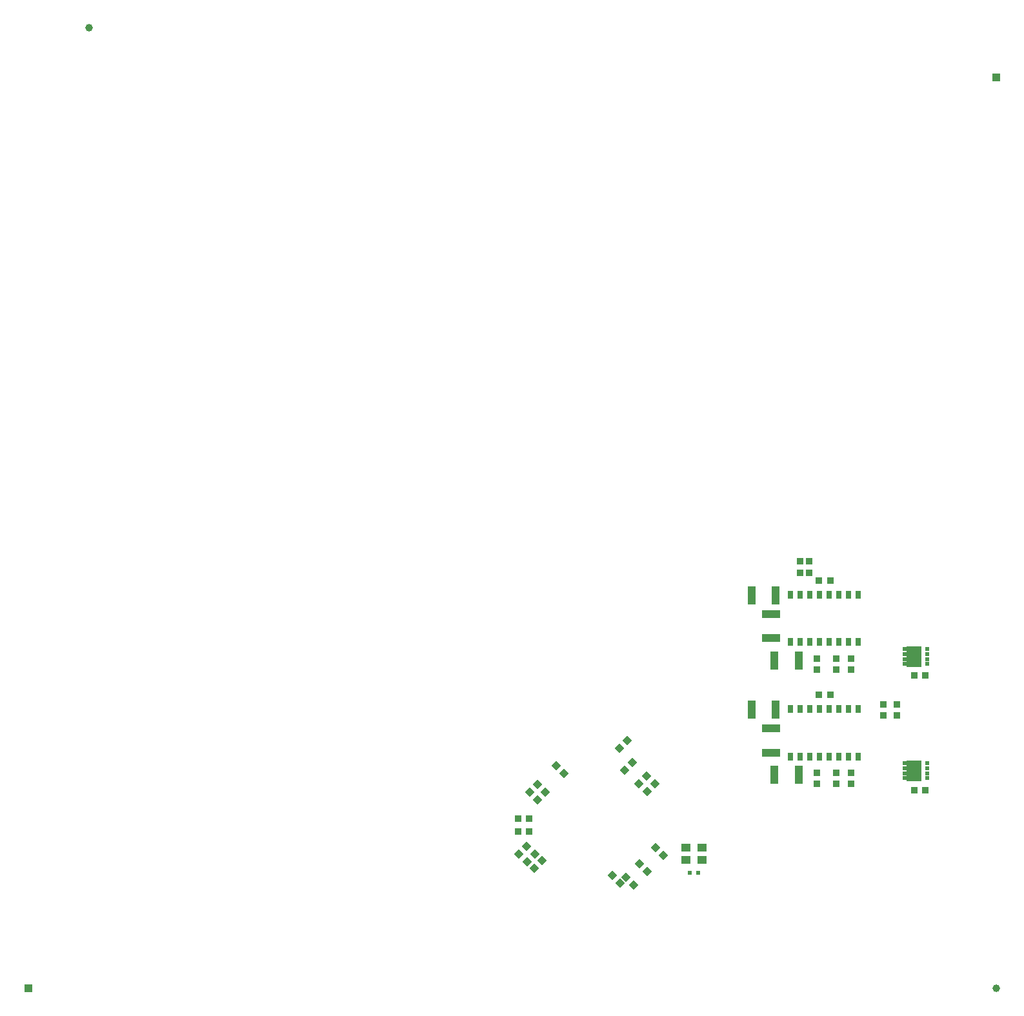
<source format=gbr>
%TF.GenerationSoftware,Altium Limited,Altium Designer,22.4.2 (48)*%
G04 Layer_Color=128*
%FSLAX26Y26*%
%MOIN*%
%TF.SameCoordinates,1C2CB1AA-ACBE-45DF-AC24-D873E68AE3FE*%
%TF.FilePolarity,Positive*%
%TF.FileFunction,Paste,Bot*%
%TF.Part,Single*%
G01*
G75*
%TA.AperFunction,SMDPad,CuDef*%
%ADD27R,0.023622X0.023622*%
%ADD39R,0.035433X0.033465*%
%ADD47R,0.043307X0.094488*%
%ADD48R,0.033465X0.035433*%
%TA.AperFunction,FiducialPad,Global*%
%ADD56C,0.039370*%
%ADD57R,0.039370X0.039370*%
%TA.AperFunction,SMDPad,CuDef*%
%ADD90R,0.029921X0.043307*%
%ADD91R,0.018504X0.019685*%
%ADD92R,0.051181X0.043307*%
G04:AMPARAMS|DCode=93|XSize=33.465mil|YSize=35.433mil|CornerRadius=0mil|HoleSize=0mil|Usage=FLASHONLY|Rotation=225.000|XOffset=0mil|YOffset=0mil|HoleType=Round|Shape=Rectangle|*
%AMROTATEDRECTD93*
4,1,4,-0.000696,0.024359,0.024359,-0.000696,0.000696,-0.024359,-0.024359,0.000696,-0.000696,0.024359,0.0*
%
%ADD93ROTATEDRECTD93*%

G04:AMPARAMS|DCode=94|XSize=33.465mil|YSize=35.433mil|CornerRadius=0mil|HoleSize=0mil|Usage=FLASHONLY|Rotation=315.000|XOffset=0mil|YOffset=0mil|HoleType=Round|Shape=Rectangle|*
%AMROTATEDRECTD94*
4,1,4,-0.024359,-0.000696,0.000696,0.024359,0.024359,0.000696,-0.000696,-0.024359,-0.024359,-0.000696,0.0*
%
%ADD94ROTATEDRECTD94*%

%ADD95R,0.094488X0.043307*%
G36*
X5657480Y2112205D02*
X5580709D01*
Y2218504D01*
X5657480D01*
Y2112205D01*
D02*
G37*
G36*
Y2702756D02*
X5580709D01*
Y2809055D01*
X5657480D01*
Y2702756D01*
D02*
G37*
D27*
X4461614Y1638780D02*
D03*
X4504921D02*
D03*
D39*
X5078740Y3189961D02*
D03*
Y3247047D02*
D03*
X5295276Y2154528D02*
D03*
Y2097441D02*
D03*
X5118110Y2154528D02*
D03*
Y2097441D02*
D03*
X5216535Y2154528D02*
D03*
Y2097441D02*
D03*
X5295276Y2745079D02*
D03*
Y2687992D02*
D03*
X5118110Y2745079D02*
D03*
Y2687992D02*
D03*
X5216535Y2745079D02*
D03*
Y2687992D02*
D03*
X5531496Y2451772D02*
D03*
Y2508858D02*
D03*
X5462598Y2451772D02*
D03*
Y2508858D02*
D03*
X5029528Y3189961D02*
D03*
Y3247047D02*
D03*
D47*
X5023622Y2736220D02*
D03*
X4897638D02*
D03*
X5023622Y2145669D02*
D03*
X4897638D02*
D03*
X4905512Y2480315D02*
D03*
X4779528D02*
D03*
X4905512Y3070866D02*
D03*
X4779528D02*
D03*
D48*
X5621063Y2066929D02*
D03*
X5678150D02*
D03*
X5621063Y2657480D02*
D03*
X5678150D02*
D03*
X5186024Y2559055D02*
D03*
X5128937D02*
D03*
X5186024Y3149606D02*
D03*
X5128937D02*
D03*
X3630905Y1917323D02*
D03*
X3573819D02*
D03*
X3630905Y1850394D02*
D03*
X3573819D02*
D03*
D56*
X1358268Y6003937D02*
D03*
X6043307Y1043307D02*
D03*
D57*
Y5748032D02*
D03*
X1043307Y1043307D02*
D03*
D90*
X5182480Y2830709D02*
D03*
X5232480D02*
D03*
X5282480D02*
D03*
X5332480D02*
D03*
X5132480D02*
D03*
X5082480D02*
D03*
X5032480D02*
D03*
X4982480D02*
D03*
X5132480Y3074803D02*
D03*
X5082480D02*
D03*
X5032480D02*
D03*
X4982480D02*
D03*
X5182480D02*
D03*
X5232480D02*
D03*
X5282480D02*
D03*
X5332480D02*
D03*
X5182480Y2240157D02*
D03*
X5232480D02*
D03*
X5282480D02*
D03*
X5332480D02*
D03*
X5132480D02*
D03*
X5082480D02*
D03*
X5032480D02*
D03*
X4982480D02*
D03*
X5132480Y2484252D02*
D03*
X5082480D02*
D03*
X5032480D02*
D03*
X4982480D02*
D03*
X5182480D02*
D03*
X5232480D02*
D03*
X5282480D02*
D03*
X5332480D02*
D03*
D91*
X5571850Y2717520D02*
D03*
Y2743110D02*
D03*
Y2768701D02*
D03*
X5687992Y2794291D02*
D03*
Y2768701D02*
D03*
Y2743110D02*
D03*
Y2717520D02*
D03*
X5571850Y2794291D02*
D03*
Y2126968D02*
D03*
Y2152559D02*
D03*
Y2178150D02*
D03*
X5687992Y2203740D02*
D03*
Y2178150D02*
D03*
Y2152559D02*
D03*
Y2126968D02*
D03*
X5571850Y2203740D02*
D03*
D92*
X4524606Y1704725D02*
D03*
X4441929D02*
D03*
Y1769685D02*
D03*
X4524606D02*
D03*
D93*
X3618608Y1776089D02*
D03*
X3578242Y1735722D02*
D03*
X4137309Y2322349D02*
D03*
X4096943Y2281982D02*
D03*
X4239659Y2058557D02*
D03*
X4280026Y2098923D02*
D03*
X4196352Y2097927D02*
D03*
X4236719Y2138293D02*
D03*
X4125486Y2168793D02*
D03*
X4165852Y2209160D02*
D03*
X3621549Y1696352D02*
D03*
X3661916Y1736719D02*
D03*
X3656982Y1660919D02*
D03*
X3697349Y1701285D02*
D03*
D94*
X4129423Y1614671D02*
D03*
X4169789Y1574305D02*
D03*
X4282966Y1768215D02*
D03*
X4323333Y1727848D02*
D03*
X4099908Y1586116D02*
D03*
X4059541Y1626482D02*
D03*
X3811522Y2153045D02*
D03*
X3771155Y2193412D02*
D03*
X3713097Y2054620D02*
D03*
X3672730Y2094986D02*
D03*
X3673727Y2015250D02*
D03*
X3633360Y2055616D02*
D03*
X4200289Y1685537D02*
D03*
X4240656Y1645171D02*
D03*
D95*
X4881890Y2385827D02*
D03*
Y2259843D02*
D03*
Y2976378D02*
D03*
Y2850394D02*
D03*
%TF.MD5,88a79f47a61303c3ee0559b4cc3836bb*%
M02*

</source>
